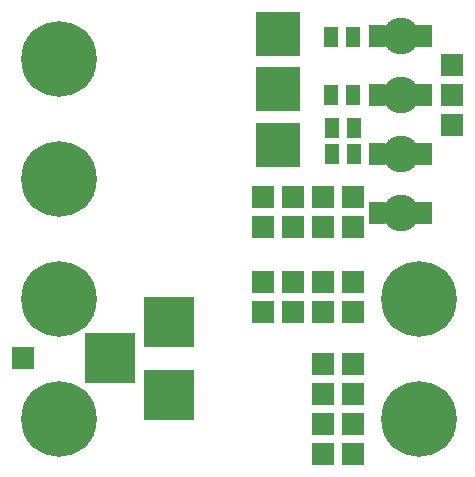
<source format=gbr>
G04 #@! TF.FileFunction,Soldermask,Top*
%FSLAX46Y46*%
G04 Gerber Fmt 4.6, Leading zero omitted, Abs format (unit mm)*
G04 Created by KiCad (PCBNEW 4.0.1-stable) date 16. 2. 2016 6:52:41*
%MOMM*%
G01*
G04 APERTURE LIST*
%ADD10C,0.300000*%
%ADD11C,6.400000*%
%ADD12R,1.924000X1.924000*%
%ADD13R,4.210000X4.210000*%
%ADD14R,1.289000X1.797000*%
%ADD15R,3.800000X3.800000*%
%ADD16R,1.450000X1.900000*%
%ADD17C,3.100000*%
G04 APERTURE END LIST*
D10*
D11*
X35560000Y15240000D03*
D12*
X29972000Y2095500D03*
X27432000Y2095500D03*
X29972000Y4635500D03*
X27432000Y4635500D03*
X29972000Y7175500D03*
X27432000Y7175500D03*
X29972000Y9715500D03*
X27432000Y9715500D03*
D13*
X14351000Y13312000D03*
X14351000Y7112000D03*
X9351000Y10212000D03*
D12*
X22352000Y14160500D03*
X22352000Y16700500D03*
X22352000Y21336000D03*
X22352000Y23876000D03*
X24892000Y21336000D03*
X24892000Y23876000D03*
X24892000Y14160500D03*
X24892000Y16700500D03*
X38354000Y35052000D03*
X38354000Y29972000D03*
D14*
X30035500Y27495500D03*
X28130500Y27495500D03*
X29972000Y37465000D03*
X28067000Y37465000D03*
X30035500Y29718000D03*
X28130500Y29718000D03*
D15*
X23622000Y28320000D03*
X23622000Y33020000D03*
X23622000Y37720000D03*
D11*
X5080000Y15240000D03*
X35560000Y5080000D03*
X5080000Y5080000D03*
X5080000Y25400000D03*
X5080000Y35560000D03*
D12*
X38354000Y32512000D03*
D14*
X29972000Y32512000D03*
X28067000Y32512000D03*
D16*
X35972500Y22500000D03*
X31972500Y22500000D03*
D17*
X33972500Y22500000D03*
D16*
X35972500Y37500000D03*
X31972500Y37500000D03*
D17*
X33972500Y37500000D03*
D16*
X35972500Y27495500D03*
X31972500Y27495500D03*
D17*
X33972500Y27495500D03*
D16*
X35972500Y32500000D03*
X31972500Y32500000D03*
D17*
X33972500Y32500000D03*
D12*
X29972000Y14160500D03*
X29972000Y16700500D03*
X29972000Y21336000D03*
X29972000Y23876000D03*
X27432000Y21336000D03*
X27432000Y23876000D03*
X27432000Y14160500D03*
X27432000Y16700500D03*
X1968500Y10287000D03*
M02*

</source>
